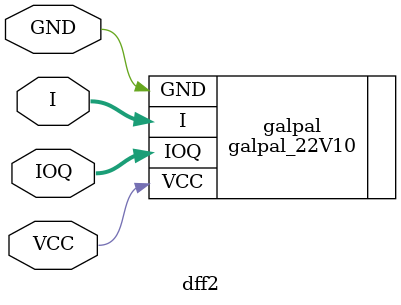
<source format=v>
/* Autogenerated from dff2.jed by galpal */

module dff2 (
	input	[11:0]	I,
	inout	[9:0]	IOQ,
	input	VCC,
	input	GND
);

galpal_22V10 #(
	.FUSE(5892'b000000000000000000000000000000000000000000000000000000000000000001010000000000000000000000000000000000000000000000000000000000000000000000000000000000000000000000000000000000000000000000000000000000000000000000000000000000000000000000000000000000000000000000000000000000000000000000000000000000000000000000000000000000000000000000000000000000000000000000000000000000000000000000000000000000001111011111111111111111111111110111111111111111111111111111111111111111111110110111111111111111111111111111111111111011111111111111110000000000000000000000000000000000000000000000000000000000000000000000000000000000000000000000000000000000000000000000000000000000000000000000000000000000000000000000000000000000000000000000000000000000000000000000000000000000000000000000000000000000000000000000000000000000000000000000000000000000000000000000000000000000000000000000000000000000000000111111110111111111111111111111011111111111111111111111111111111111111111111011101111111111111111111111111111111111101111111111111111000000000000000000000000000000000000000000000000000000000000000000000000000000000000000000000000000000000000000000000000000000000000000000000000000000000000000000000000000000000000000000000000000000000000000000000000000000000000000000000000000000000000000000000000000000000000000000000000000000000000000000000000000000000000000000000000000000000000000000000000000000000000000000000000000000000000000000000000000000000000000000000000000000001111111111110111111111111111110111111111111111111111111111111111111111111110111011111111111111111111111111111111111011111111111111110000000000000000000000000000000000000000000000000000000000000000000000000000000000000000000000000000000000000000000000000000000000000000000000000000000000000000000000000000000000000000000000000000000000000000000000000000000000000000000000000000000000000000000000000000000000000000000000000000000000000000000000000000000000000000000000000000000000000000000000000000000000000000000000000000000000000000000000000000000000000000000000000000000000000000000000000000000000000000000000000000000000000000000000000000000000000000000000001111111111111111011111111111110111111111111111111111111111111111111111111110110111111111111111111111111111111111111011111111111111110000000000000000000000000000000000000000000000000000000000000000000000000000000000000000000000000000000000000000000000000000000000000000000000000000000000000000000000000000000000000000000000000000000000000000000000000000000000000000000000000000000000000000000000000000000000000000000000000000000000000000000000000000000000000000000000000000000000000000000000000000000000000000000000000000000000000000000000000000000000000000000000000000000000000000000000000000000000000000000000000000000000000000000000000000000000000000000000000000000000000000000000000000000000000000000000000000000000000000000000000000000000000000000000000000000000000000000000000000000000000000000000000000000000000000000000000000000000000000000000000000000000000000000000000000000000000000000000000000000000000000000000000000000000000000000000000000000000000000000000000000000000000000000000000000000000000000000000000000000000000000000000000000000000000000000000000000000000000000000000000000000000000000000000000000000000000000000000000000000000000000000000000000000000000000000000000000000000000000000000000000000000000000000000000000000000000000000000000000000000000000000000000000000000000000000000000000000000000000000000000000000000000000000000000000000000000000000000000000000000000000000000000000000000000000000000000000000000000000000000000000000000000000000000000000000000000000000000000000000000000000000000000000000000000000000000000000000000000000000000000000000000000000000000000000000000000000000000000000000000000000000000000000000000000000000000000000000000000000000000000000000000000000000000000000000000000000000000000000000000000000000000000000000000000000000000000000000000000000000000000000000000000000000000000000000000000000000000000000000000000000000000000000000000000000000000000000000000000000000000000000000000000000000000000000000000000000000000000000000000000000000000000000000000000000000000000000000000000000000000000000000000000000000000000000000000000000000000000000000000000000000000000000000000000000000000000000000000000000000000000000000000000000000000000000000000000000000000000000000000000000000000000000000000000000000000000000000000000000000000000000000000000000000000000000000000000000000000000000000000000000000000000000000000000000000000000000000000000000000000000000000000000000000000000000000000000000000000000000000000000000000000000000000000000000000000000000000000000000000000000000000000000000000000000000000000000000000000000000000000000000000000000000000000000000000000000000000000000000000000000000000000000000000000000000000000000000000000000000000000000000000000000000000000000000000000000000000000000000000000000000000000000000000000000000000000000000000000000000000000000000000000000000000000000000000000000000000000000000000000000000000000000000000000000000000000000000000000000000000000000000000000000000000000000000000000000000000000000000000000000000000000000000000000000000000000000000000000000000000000000000000000000000000000000000000000000000000000000000000000000000000000000000000000000000000000000000000000000000000000000000000000000000000000000000000000000000000000000000000000000000000000000000000000000000000000000000000000000000000000000000000000000000000000000000000000000000000000000000000000000000000000000000000000000000000000000000000000000000000000000000000000000000000000000000000000000000000000000000000000000000000000000000000000000000000000000000000000000000000000000000000000000000000000000000000000000000000000000000000000000000000000000000000000000000000000000000000000000000000000000000000000000000000000000000000000000000000000000000000000000000000011111111111111111111111111111111111111101111)
	) galpal (
	.I(I),
	.IOQ(IOQ),
	.VCC(VCC),
	.GND(GND)
);

endmodule

</source>
